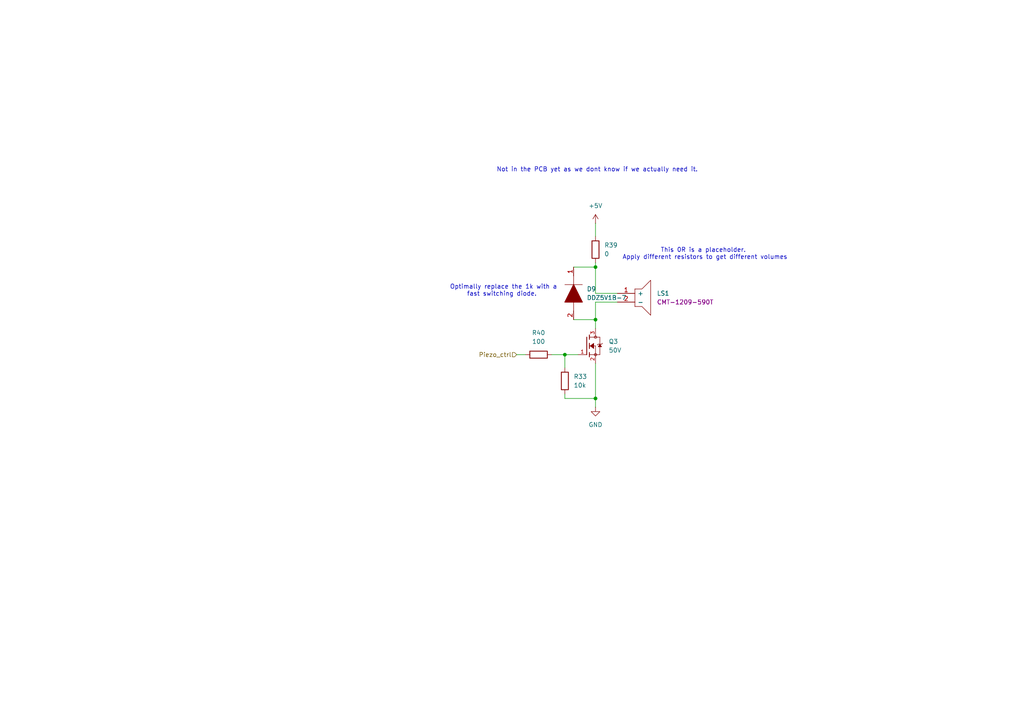
<source format=kicad_sch>
(kicad_sch (version 20250114) (generator "eeschema") (generator_version "9.0")
  (paper "A4")
  (title_block (title "Nautilus_Mainboard") (date "2025-11-19") (rev "0") (company "Evan"))
  (lib_symbols
    (symbol "#dzdb:g_res/R-0-0603" (pin_numbers (hide yes)) (pin_names (offset 0))
      (property "Reference" "R" (at 2.032 0 90))
      (property "Value" "0" (at 0 0 90))
      (symbol "g_res/R-0-0603_0_1"
        (rectangle (start -1.016 -2.54) (end 1.016 2.54) (stroke (width 0.254)))
      )
      (symbol "g_res/R-0-0603_1_1"
        (pin passive line (at 0 3.81 270) (length 1.27) (name "~") (number "1"))
        (pin passive line (at 0 -3.81 90) (length 1.27) (name "~") (number "2"))
      )
    )
    (symbol "#dzdb:g_res/R-100-0402" (pin_numbers (hide yes)) (pin_names (offset 0))
      (property "Reference" "R" (at 2.032 0 90))
      (property "Value" "100" (at 0 0 90))
      (symbol "g_res/R-100-0402_0_1"
        (rectangle (start -1.016 -2.54) (end 1.016 2.54) (stroke (width 0.254)))
      )
      (symbol "g_res/R-100-0402_1_1"
        (pin passive line (at 0 3.81 270) (length 1.27) (name "~") (number "1"))
        (pin passive line (at 0 -3.81 90) (length 1.27) (name "~") (number "2"))
      )
    )
    (symbol "#dzdb:g_res/R-10k-0603" (pin_numbers (hide yes)) (pin_names (offset 0))
      (property "Reference" "R" (at 2.032 0 90))
      (property "Value" "10k" (at 0 0 90))
      (symbol "g_res/R-10k-0603_0_1"
        (rectangle (start -1.016 -2.54) (end 1.016 2.54) (stroke (width 0.254)))
      )
      (symbol "g_res/R-10k-0603_1_1"
        (pin passive line (at 0 3.81 270) (length 1.27) (name "~") (number "1"))
        (pin passive line (at 0 -3.81 90) (length 1.27) (name "~") (number "2"))
      )
    )
    (symbol "#dzdb:s_dio/D-DIO-DDZ5V1B-7" (pin_names (offset 0.762))
      (property "Reference" "D" (at 11.43 5.08 0))
      (property "Value" "DDZ5V1B-7" (at 11.43 2.54 0))
      (symbol "s_dio/D-DIO-DDZ5V1B-7_0_0"
        (pin passive line (at 0 0 0) (length 2.54) (name "~") (number "1"))
        (pin passive line (at 15.24 0 180) (length 2.54) (name "~") (number "2"))
      )
      (symbol "s_dio/D-DIO-DDZ5V1B-7_0_1"
        (polyline (pts (xy 2.54 0) (xy 5.08 0)) (stroke (width 0.1524)))
        (polyline (pts (xy 5.08 2.54) (xy 5.08 -2.54)) (stroke (width 0.1524)))
        (polyline (pts (xy 5.08 0) (xy 10.16 2.54) (xy 10.16 -2.54) (xy 5.08 0)) (stroke (width 0.254)) (fill (type outline)))
        (polyline (pts (xy 10.16 0) (xy 12.7 0)) (stroke (width 0.1524)))
      )
    )
    (symbol "#dzdb:s_mech/M-SAMESKY-CMT-1209-590T" (pin_names (offset 0.762))
      (property "Reference" "LS" (at 11.43 0 0))
      (property "MPN" "CMT-1209-590T" (at 0 0 0))
      (symbol "s_mech/M-SAMESKY-CMT-1209-590T_0_0"
        (pin passive line (at 0 0 0) (length 5.08) (name "+") (number "1"))
        (pin passive line (at 0 -2.54 0) (length 5.08) (name "-") (number "2"))
      )
      (symbol "s_mech/M-SAMESKY-CMT-1209-590T_0_1"
        (polyline (pts (xy 5.08 1.27) (xy 5.08 -3.81)) (stroke (width 0.1524)))
        (polyline (pts (xy 5.08 1.27) (xy 7.112 1.27) (xy 9.652 3.81) (xy 9.652 -6.35) (xy 7.112 -3.81) (xy 5.08 -3.81)) (stroke (width 0.1524)))
      )
    )
    (symbol "#dzdb:s_misc/ONSE-BSS138" (pin_names (offset 1.016))
      (property "Reference" "Q" (at -8.89 2.54 0))
      (property "Value" "50V" (at -8.89 -7.62 0))
      (symbol "s_misc/ONSE-BSS138_0_0"
        (polyline (pts (xy 0 2.54) (xy 0 -2.54)) (stroke (width 0.254)))
        (polyline (pts (xy 0.762 3.175) (xy 0.762 2.54)) (stroke (width 0.254)))
        (polyline (pts (xy 0.762 2.54) (xy 0.762 1.905)) (stroke (width 0.254)))
        (polyline (pts (xy 0.762 2.54) (xy 3.81 2.54)) (stroke (width 0.1524)))
        (polyline (pts (xy 0.762 0.762) (xy 0.762 0)) (stroke (width 0.254)))
        (polyline (pts (xy 0.762 0) (xy 0.762 -0.762)) (stroke (width 0.254)))
        (polyline (pts (xy 0.762 0) (xy 2.54 0)) (stroke (width 0.1524)))
        (polyline (pts (xy 0.762 -1.905) (xy 0.762 -2.54)) (stroke (width 0.254)))
        (polyline (pts (xy 0.762 -2.54) (xy 0.762 -3.175)) (stroke (width 0.254)))
        (polyline (pts (xy 1.016 0) (xy 2.032 0.762) (xy 2.032 -0.762) (xy 1.016 0)) (stroke (width 0.1524)) (fill (type outline)))
        (circle (center 2.54 2.54) (radius 0.3592))
        (polyline (pts (xy 2.54 0) (xy 2.54 -2.54)) (stroke (width 0.1524)))
        (polyline (pts (xy 2.54 -2.54) (xy 0.762 -2.54)) (stroke (width 0.1524)))
        (polyline (pts (xy 2.54 -2.54) (xy 3.81 -2.54)) (stroke (width 0.1524)))
        (circle (center 2.54 -2.54) (radius 0.3592))
        (polyline (pts (xy 3.302 0.508) (xy 3.048 0.254)) (stroke (width 0.1524)))
        (polyline (pts (xy 3.81 2.54) (xy 3.81 0.508)) (stroke (width 0.1524)))
        (polyline (pts (xy 3.81 0.508) (xy 3.302 0.508)) (stroke (width 0.1524)))
        (polyline (pts (xy 3.81 0.508) (xy 3.81 -2.54)) (stroke (width 0.1524)))
        (polyline (pts (xy 3.81 0.508) (xy 3.302 -0.254) (xy 4.318 -0.254) (xy 3.81 0.508)) (stroke (width 0.1524)) (fill (type outline)))
        (polyline (pts (xy 4.318 0.508) (xy 3.81 0.508)) (stroke (width 0.1524)))
        (polyline (pts (xy 4.572 0.762) (xy 4.318 0.508)) (stroke (width 0.1524)))
        (pin passive line (at -2.54 -2.54 0) (length 2.54) (name "~") (number "1"))
        (pin passive line (at 2.54 5.08 270) (length 2.54) (name "~") (number "3"))
        (pin passive line (at 2.54 -5.08 90) (length 2.54) (name "~") (number "2"))
      )
    )
    (symbol "power:+5V" (power) (pin_numbers (hide yes)) (pin_names (offset 0) (hide yes))
      (property "Value" "+5V" (at 0 3.556 0))
      (symbol "+5V_0_1"
        (polyline (pts (xy -0.762 1.27) (xy 0 2.54)))
        (polyline (pts (xy 0 2.54) (xy 0.762 1.27)))
        (polyline (pts (xy 0 0) (xy 0 2.54)))
      )
      (symbol "+5V_1_1"
        (pin power_in line (at 0 0 90) (length 0) (name "~") (number "1"))
      )
    )
    (symbol "power:GND" (power) (pin_numbers (hide yes)) (pin_names (offset 0) (hide yes))
      (property "Value" "GND" (at 0 -3.81 0))
      (symbol "GND_0_1"
        (polyline (pts (xy 0 0) (xy 0 -1.27) (xy 1.27 -1.27) (xy 0 -2.54) (xy -1.27 -1.27) (xy 0 -1.27)))
      )
      (symbol "GND_1_1"
        (pin power_in line (at 0 0 270) (length 0) (name "~") (number "1"))
      )
    )
  )
  (text "Optimally replace the 1k with a\nfast switching diode. \n" (at 146.05 84.328 0) (effects (font (size 1.27 1.27))))
  (text "This 0R is a placeholder. \nApply different resistors to get different volumes\n" (at 204.47 73.66 0) (effects (font (size 1.27 1.27))))
  (text "Not in the PCB yet as we dont know if we actually need it." (at 173.228 49.276 0) (effects (font (size 1.27 1.27))))
  (junction (at 172.72 92.71))
  (junction (at 172.72 77.47))
  (junction (at 163.83 102.87))
  (junction (at 172.72 115.57))
  (wire (pts (xy 160.02 102.87) (xy 163.83 102.87)))
  (wire (pts (xy 172.72 76.2) (xy 172.72 77.47)))
  (wire (pts (xy 172.72 105.41) (xy 172.72 115.57)))
  (wire (pts (xy 172.72 115.57) (xy 172.72 118.11)))
  (wire (pts (xy 172.72 77.47) (xy 172.72 85.09)))
  (wire (pts (xy 166.37 77.47) (xy 172.72 77.47)))
  (wire (pts (xy 172.72 87.63) (xy 172.72 92.71)))
  (wire (pts (xy 163.83 102.87) (xy 163.83 106.68)))
  (wire (pts (xy 172.72 64.77) (xy 172.72 68.58)))
  (wire (pts (xy 163.83 114.3) (xy 163.83 115.57)))
  (wire (pts (xy 163.83 102.87) (xy 167.64 102.87)))
  (wire (pts (xy 172.72 87.63) (xy 179.07 87.63)))
  (wire (pts (xy 163.83 115.57) (xy 172.72 115.57)))
  (wire (pts (xy 172.72 85.09) (xy 179.07 85.09)))
  (wire (pts (xy 149.86 102.87) (xy 152.4 102.87)))
  (wire (pts (xy 172.72 92.71) (xy 172.72 95.25)))
  (wire (pts (xy 166.37 92.71) (xy 172.72 92.71)))
  (hierarchical_label "Piezo_ctrl" (shape input) (at 149.86 102.87 180))
  (symbol (lib_id "power:+5V") (at 172.72 64.77 0) (unit 1)
    (property "Reference" "#PWR044" (effects (hide yes)))
    (property "Value" "+5V" (at 172.72 59.69 0))
    (property "Description" "Power symbol creates a global label with name \"+5V\"" (effects (hide yes)))
  )
  (symbol (lib_id "#dzdb:s_mech/M-SAMESKY-CMT-1209-590T") (at 179.07 85.09 0) (unit 1)
    (property "Reference" "LS1" (at 190.5 85.0899 0) (effects (justify left)))
    (property "Value" "Piezo Buzzers & Audio Indicators 12mmx9mm deep Mag 5V 2048Hz" (effects (hide yes)))
    (property "Footprint" "dz_mech:CMT1209590T" (effects (hide yes)))
    (property "Datasheet" "https://www.mouser.ch/datasheet/3/6118/1/cmt_1209_590t.pdf" (effects (hide yes)))
    (property "Description" "12mm x 9mm piezo buzzer" (effects (hide yes)))
    (property "Description_1" "12 mm, 5 Vo-p, 90 dB, Through Hole, Magnetic Audio Transducer Buzzer" (effects (hide yes)))
    (property "Height" "9.5" (effects (hide yes)))
    (property "Mouser Part Number" "179-CMT-1209-590T" (effects (hide yes)))
    (property "Mouser Price/Stock" "https://www.mouser.co.uk/ProductDetail/CUI-Devices/CMT-1209-590T?qs=i8QVZAFTkqRIO%2FWtiCRGPw%3D%3D" (effects (hide yes)))
    (property "Manufacturer_Name" "Same Sky" (effects (hide yes)))
    (property "Manufacturer_Part_Number" "CMT-1209-590T" (effects (hide yes)))
    (property "IPN" "M-SAMESKY-CMT-1209-590T" (effects (hide yes)))
    (property "MPN" "CMT-1209-590T" (at 190.5 87.6299 0) (effects (justify left)))
    (property "Manufacturer" "Same Sky" (effects (hide yes)))
    (property "Symbol" "dz_mech:CMT-1209-590T" (effects (hide yes)))
    (property "Type" "Piezo Buzzer" (effects (hide yes)))
    (property "Supplier" " Mouser" (effects (hide yes)))
    (property "SPN" " 179-CMT-1209-590T" (effects (hide yes)))
    (property "LCSC" "..." (effects (hide yes)))
  )
  (symbol (lib_id "#dzdb:g_res/R-10k-0603") (at 163.83 110.49 0) (unit 1)
    (property "Reference" "R33" (at 166.37 109.2199 0) (effects (justify left)))
    (property "Value" "10k" (at 166.37 111.7599 0) (effects (justify left)))
    (property "Footprint" "Resistor_SMD:R_0603_1608Metric" (effects (hide yes)))
    (property "Datasheet" "https://www.we-online.com/components/products/datasheet/560112116005.pdf" (effects (hide yes)))
    (property "Description" "Thick Film Resistors - SMD WRIS-RSKS 10 kOhms 1 % 0.1 W 0603" (effects (hide yes)))
    (property "IPN" "R-10k-0603" (effects (hide yes)))
    (property "MPN" "560112116005" (effects (hide yes)))
    (property "Manufacturer" "Wurth Elektronik" (effects (hide yes)))
    (property "Resistance" "10k" (effects (hide yes)))
    (property "Power" "0.1 W" (effects (hide yes)))
    (property "Material" "Thick film" (effects (hide yes)))
    (property "Tolerance" "1 %" (effects (hide yes)))
    (property "Supplier" "Mouser" (effects (hide yes)))
    (property "SPN" "710-560112116005" (effects (hide yes)))
    (property "LCSC" "CXXXXX" (effects (hide yes)))
    (property "Comment" "lifecycle=Active; note=Auto-generated" (effects (hide yes)))
  )
  (symbol (lib_id "#dzdb:s_dio/D-DIO-DDZ5V1B-7") (at 166.37 77.47 270) (unit 1)
    (property "Reference" "D9" (at 170.18 83.8199 90) (effects (justify left)))
    (property "Value" "DDZ5V1B-7" (at 170.18 86.3599 90) (effects (justify left)))
    (property "Footprint" "dz_dio:SOD3716X145N" (effects (hide yes)))
    (property "Datasheet" "https://4donline.ihs.com/images/VipMasterIC/IC/DIOD/DIOD-S-A0004140741/DIOD-S-A0004140741-1.pdf?hkey=CECEF36DEECDED6468708AAF2E19C0C6" (effects (hide yes)))
    (property "Description" "Zener Diodes 500mW 5.1V Zener" (effects (hide yes)))
    (property "Description_1" "Diode Zener Single 5.07V 500mW Automotive 2-Pin SOD-123 T/R" (effects (hide yes)))
    (property "Height" "1.45" (effects (hide yes)))
    (property "Mouser Part Number" "621-DDZ5V1B-7" (effects (hide yes)))
    (property "Mouser Price/Stock" "https://www.mouser.co.uk/ProductDetail/Diodes-Incorporated/DDZ5V1B-7?qs=SSucg2PyLi5mc%252BUUcOU%252BZw%3D%3D" (effects (hide yes)))
    (property "Manufacturer_Name" "Diodes Incorporated" (effects (hide yes)))
    (property "Manufacturer_Part_Number" "DDZ5V1B-7" (effects (hide yes)))
    (property "IPN" "D-DIO-DDZ5V1B-7" (effects (hide yes)))
    (property "MPN" "DDZ5V1B-7" (effects (hide yes)))
    (property "Manufacturer" "Diodes Incorporated" (effects (hide yes)))
    (property "Type" "Zener Diode" (effects (hide yes)))
    (property "Vf" "0.9V" (effects (hide yes)))
    (property "If" "10mA" (effects (hide yes)))
    (property "Supplier" "Mouser" (effects (hide yes)))
    (property "SPN" "621-DDZ5V1B-7" (effects (hide yes)))
    (property "LCSC" " " (effects (hide yes)))
  )
  (symbol (lib_id "#dzdb:s_misc/ONSE-BSS138") (at 170.18 100.33 0) (unit 1)
    (property "Reference" "Q3" (at 176.53 99.0599 0) (effects (justify left)))
    (property "Value" "50V" (at 176.53 101.5999 0) (effects (justify left)))
    (property "Footprint" "dz_dio:onsemi_Mosfet_BSS138" (effects (hide yes)))
    (property "Datasheet" "https://www.snapeda.com/parts/BSS138/onsemi/datasheet/" (effects (hide yes)))
    (property "Description" "MOSFETs SOT-23 N-CH LOGIC" (effects (hide yes)))
    (property "MF" "onsemi" (effects (hide yes)))
    (property "MAXIMUM_PACKAGE_HEIGHT" "1.11 mm" (effects (hide yes)))
    (property "Package" "SOT-23-3 ON Semiconductor" (effects (hide yes)))
    (property "Price" "None" (effects (hide yes)))
    (property "Check_prices" "https://www.snapeda.com/parts/BSS138/Onsemi/view-part/?ref=eda" (effects (hide yes)))
    (property "STANDARD" "IPC 7351B" (effects (hide yes)))
    (property "PARTREV" "30 Jan 2018" (effects (hide yes)))
    (property "SnapEDA_Link" "https://www.snapeda.com/parts/BSS138/Onsemi/view-part/?ref=snap" (effects (hide yes)))
    (property "MP" "BSS138" (effects (hide yes)))
    (property "Description_1" "N-Channel 50 V 220mA (Ta) 350mW (Ta) Surface Mount SOT-23-3" (effects (hide yes)))
    (property "Availability" "In Stock" (effects (hide yes)))
    (property "MANUFACTURER" "ON Semiconductor" (effects (hide yes)))
    (property "IPN" "ONSE-BSS138" (effects (hide yes)))
    (property "MPN" "BSS138" (effects (hide yes)))
    (property "Manufacturer" "onsemi / Fairchild" (effects (hide yes)))
    (property "Symbol" "dz_dio:onsemi_Mosfet_BSS138" (effects (hide yes)))
    (property "Type" "MOSFETs" (effects (hide yes)))
    (property "Supplier" "Mouser" (effects (hide yes)))
    (property "SPN" "512-BSS138" (effects (hide yes)))
  )
  (symbol (lib_id "#dzdb:g_res/R-0-0603") (at 172.72 72.39 0) (unit 1)
    (property "Reference" "R39" (at 175.26 71.1199 0) (effects (justify left)))
    (property "Value" "0" (at 175.26 73.6599 0) (effects (justify left)))
    (property "Footprint" "Resistor_SMD:R_0603_1608Metric" (effects (hide yes)))
    (property "Datasheet" "https://www.we-online.com/components/products/datasheet/560112116001.pdf" (effects (hide yes)))
    (property "Description" "Thick Film Resistors - SMD WRIS-RSKS <0.05 Ohms  0.1 W Jumper 0603" (effects (hide yes)))
    (property "IPN" "R-0-0603" (effects (hide yes)))
    (property "MPN" "560112116001" (effects (hide yes)))
    (property "Manufacturer" "Wurth Elektronik" (effects (hide yes)))
    (property "Resistance" "0" (effects (hide yes)))
    (property "Power" "0.1W" (effects (hide yes)))
    (property "Material" "Thick film" (effects (hide yes)))
    (property "Tolerance" "5%" (effects (hide yes)))
    (property "Supplier" "Mouser" (effects (hide yes)))
    (property "SPN" "710-560112116001" (effects (hide yes)))
    (property "LCSC" "CXXXXX" (effects (hide yes)))
    (property "Comment" "lifecycle=Active; note=Auto-generated" (effects (hide yes)))
  )
  (symbol (lib_id "#dzdb:g_res/R-100-0402") (at 156.21 102.87 90) (unit 1)
    (property "Reference" "R40" (at 156.21 96.52 90))
    (property "Value" "100" (at 156.21 99.06 90))
    (property "Footprint" "Resistor_SMD:R_0402_1005Metric" (effects (hide yes)))
    (property "Datasheet" "https://industrial.panasonic.com/ww/products/pt/general-purpose-chip-resistors/models/ERJ2RKF1000X" (effects (hide yes)))
    (property "Description" "Res 100Ω 0.1W 0402 Thick Film 1%" (effects (hide yes)))
    (property "IPN" "R-100-0402" (effects (hide yes)))
    (property "MPN" "ERJ-2RKF1000X" (effects (hide yes)))
    (property "Manufacturer" "Panasonic" (effects (hide yes)))
    (property "Resistance" "100" (effects (hide yes)))
    (property "Power" "0.1W" (effects (hide yes)))
    (property "Material" "Thick Film" (effects (hide yes)))
    (property "Tolerance" "1%" (effects (hide yes)))
    (property "Supplier" "Mouser" (effects (hide yes)))
    (property "SPN" "667-ERJ-2RKF1000X" (effects (hide yes)))
    (property "LCSC" "C413063" (effects (hide yes)))
    (property "Comment" "lifecycle=Active; TCR=±100ppm/°C" (effects (hide yes)))
  )
  (symbol (lib_id "power:GND") (at 172.72 118.11 0) (unit 1)
    (property "Reference" "#PWR041" (effects (hide yes)))
    (property "Value" "GND" (at 172.72 123.19 0))
    (property "Description" "Power symbol creates a global label with name \"GND\" , ground" (effects (hide yes)))
  )
)
</source>
